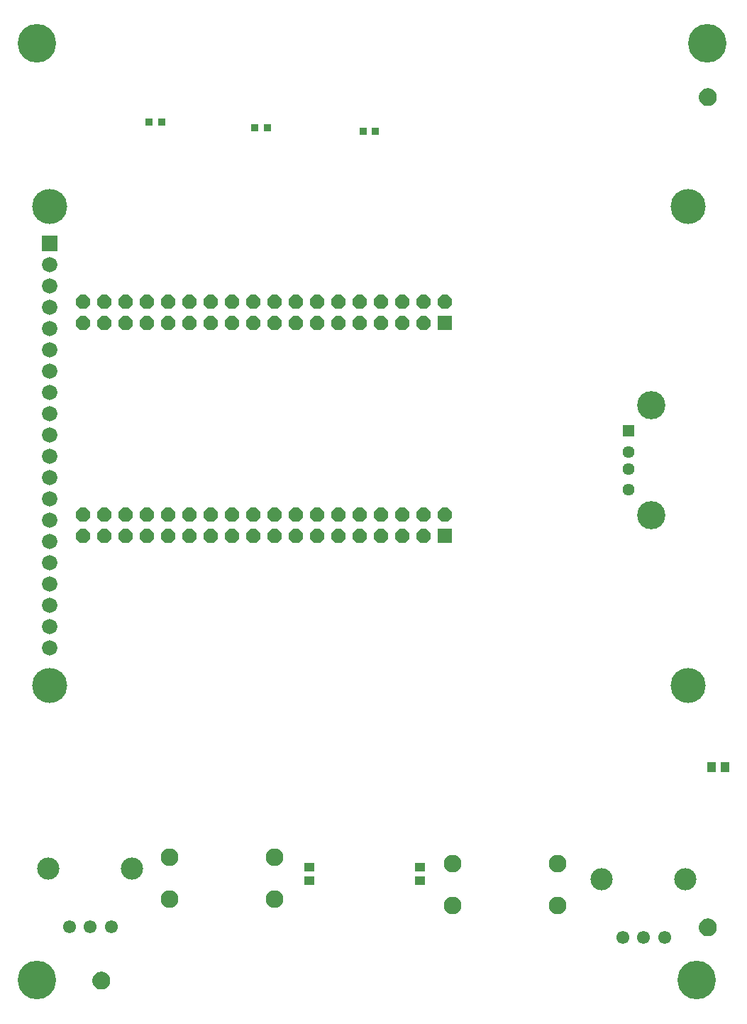
<source format=gbr>
G04 EAGLE Gerber RS-274X export*
G75*
%MOMM*%
%FSLAX34Y34*%
%LPD*%
%INSoldermask Top*%
%IPPOS*%
%AMOC8*
5,1,8,0,0,1.08239X$1,22.5*%
G01*
%ADD10R,1.676400X1.676400*%
%ADD11P,1.814519X8X202.500000*%
%ADD12R,1.828800X1.828800*%
%ADD13C,1.828800*%
%ADD14C,4.168400*%
%ADD15C,1.552400*%
%ADD16C,2.652400*%
%ADD17R,0.952400X0.952400*%
%ADD18C,2.112400*%
%ADD19R,1.183641X1.102359*%
%ADD20R,1.440400X1.440400*%
%ADD21C,1.440400*%
%ADD22C,3.372400*%
%ADD23C,4.597400*%
%ADD24C,0.609600*%
%ADD25C,1.168400*%
%ADD26R,1.102359X1.183641*%


D10*
X537800Y568700D03*
D11*
X537800Y594100D03*
X512400Y568700D03*
X512400Y594100D03*
X487000Y568700D03*
X487000Y594100D03*
X461600Y568700D03*
X461600Y594100D03*
X436200Y568700D03*
X436200Y594100D03*
X410800Y568700D03*
X410800Y594100D03*
X385400Y568700D03*
X385400Y594100D03*
X360000Y568700D03*
X360000Y594100D03*
X334600Y568700D03*
X334600Y594100D03*
X309200Y568700D03*
X309200Y594100D03*
X283800Y568700D03*
X283800Y594100D03*
X258400Y568700D03*
X258400Y594100D03*
X233000Y568700D03*
X233000Y594100D03*
X207600Y568700D03*
X207600Y594100D03*
X182200Y568700D03*
X182200Y594100D03*
X156800Y568700D03*
X156800Y594100D03*
X131400Y568700D03*
X131400Y594100D03*
X106000Y568700D03*
X106000Y594100D03*
D10*
X537800Y822700D03*
D11*
X537800Y848100D03*
X512400Y822700D03*
X512400Y848100D03*
X487000Y822700D03*
X487000Y848100D03*
X461600Y822700D03*
X461600Y848100D03*
X436200Y822700D03*
X436200Y848100D03*
X410800Y822700D03*
X410800Y848100D03*
X385400Y822700D03*
X385400Y848100D03*
X360000Y822700D03*
X360000Y848100D03*
X334600Y822700D03*
X334600Y848100D03*
X309200Y822700D03*
X309200Y848100D03*
X283800Y822700D03*
X283800Y848100D03*
X258400Y822700D03*
X258400Y848100D03*
X233000Y822700D03*
X233000Y848100D03*
X207600Y822700D03*
X207600Y848100D03*
X182200Y822700D03*
X182200Y848100D03*
X156800Y822700D03*
X156800Y848100D03*
X131400Y822700D03*
X131400Y848100D03*
X106000Y822700D03*
X106000Y848100D03*
D12*
X66040Y916940D03*
D13*
X66040Y891540D03*
X66040Y866140D03*
X66040Y840740D03*
X66040Y815340D03*
X66040Y789940D03*
X66040Y764540D03*
X66040Y739140D03*
X66040Y713740D03*
X66040Y688340D03*
X66040Y662940D03*
X66040Y637540D03*
X66040Y612140D03*
X66040Y586740D03*
X66040Y561340D03*
X66040Y535940D03*
X66040Y510540D03*
X66040Y485140D03*
X66040Y459740D03*
X66040Y434340D03*
D14*
X66040Y961390D03*
X66040Y389890D03*
X828040Y961390D03*
X828040Y389890D03*
D15*
X749700Y88900D03*
X774700Y88900D03*
X799700Y88900D03*
D16*
X724700Y158900D03*
X824700Y158900D03*
D15*
X89300Y101600D03*
X114300Y101600D03*
X139300Y101600D03*
D16*
X64300Y171600D03*
X164300Y171600D03*
D17*
X199778Y1062228D03*
X184778Y1062228D03*
X325508Y1055624D03*
X310508Y1055624D03*
X454794Y1051306D03*
X439794Y1051306D03*
D18*
X672100Y177400D03*
X672100Y127400D03*
X547100Y127400D03*
X547100Y177400D03*
X334280Y185020D03*
X334280Y135020D03*
X209280Y135020D03*
X209280Y185020D03*
D19*
X375920Y173101D03*
X375920Y157099D03*
X508000Y173101D03*
X508000Y157099D03*
D20*
X756920Y693420D03*
D21*
X756920Y668420D03*
X756920Y648420D03*
X756920Y623420D03*
D22*
X784020Y724120D03*
X784020Y592720D03*
D23*
X850900Y1155700D03*
D24*
X119380Y38100D02*
X119382Y38287D01*
X119389Y38474D01*
X119401Y38661D01*
X119417Y38847D01*
X119437Y39033D01*
X119462Y39218D01*
X119492Y39403D01*
X119526Y39587D01*
X119565Y39770D01*
X119608Y39952D01*
X119656Y40132D01*
X119708Y40312D01*
X119765Y40490D01*
X119825Y40667D01*
X119891Y40842D01*
X119960Y41016D01*
X120034Y41188D01*
X120112Y41358D01*
X120194Y41526D01*
X120280Y41692D01*
X120370Y41856D01*
X120464Y42017D01*
X120562Y42177D01*
X120664Y42333D01*
X120770Y42488D01*
X120880Y42639D01*
X120993Y42788D01*
X121110Y42934D01*
X121230Y43077D01*
X121354Y43217D01*
X121481Y43354D01*
X121612Y43488D01*
X121746Y43619D01*
X121883Y43746D01*
X122023Y43870D01*
X122166Y43990D01*
X122312Y44107D01*
X122461Y44220D01*
X122612Y44330D01*
X122767Y44436D01*
X122923Y44538D01*
X123083Y44636D01*
X123244Y44730D01*
X123408Y44820D01*
X123574Y44906D01*
X123742Y44988D01*
X123912Y45066D01*
X124084Y45140D01*
X124258Y45209D01*
X124433Y45275D01*
X124610Y45335D01*
X124788Y45392D01*
X124968Y45444D01*
X125148Y45492D01*
X125330Y45535D01*
X125513Y45574D01*
X125697Y45608D01*
X125882Y45638D01*
X126067Y45663D01*
X126253Y45683D01*
X126439Y45699D01*
X126626Y45711D01*
X126813Y45718D01*
X127000Y45720D01*
X127187Y45718D01*
X127374Y45711D01*
X127561Y45699D01*
X127747Y45683D01*
X127933Y45663D01*
X128118Y45638D01*
X128303Y45608D01*
X128487Y45574D01*
X128670Y45535D01*
X128852Y45492D01*
X129032Y45444D01*
X129212Y45392D01*
X129390Y45335D01*
X129567Y45275D01*
X129742Y45209D01*
X129916Y45140D01*
X130088Y45066D01*
X130258Y44988D01*
X130426Y44906D01*
X130592Y44820D01*
X130756Y44730D01*
X130917Y44636D01*
X131077Y44538D01*
X131233Y44436D01*
X131388Y44330D01*
X131539Y44220D01*
X131688Y44107D01*
X131834Y43990D01*
X131977Y43870D01*
X132117Y43746D01*
X132254Y43619D01*
X132388Y43488D01*
X132519Y43354D01*
X132646Y43217D01*
X132770Y43077D01*
X132890Y42934D01*
X133007Y42788D01*
X133120Y42639D01*
X133230Y42488D01*
X133336Y42333D01*
X133438Y42177D01*
X133536Y42017D01*
X133630Y41856D01*
X133720Y41692D01*
X133806Y41526D01*
X133888Y41358D01*
X133966Y41188D01*
X134040Y41016D01*
X134109Y40842D01*
X134175Y40667D01*
X134235Y40490D01*
X134292Y40312D01*
X134344Y40132D01*
X134392Y39952D01*
X134435Y39770D01*
X134474Y39587D01*
X134508Y39403D01*
X134538Y39218D01*
X134563Y39033D01*
X134583Y38847D01*
X134599Y38661D01*
X134611Y38474D01*
X134618Y38287D01*
X134620Y38100D01*
X134618Y37913D01*
X134611Y37726D01*
X134599Y37539D01*
X134583Y37353D01*
X134563Y37167D01*
X134538Y36982D01*
X134508Y36797D01*
X134474Y36613D01*
X134435Y36430D01*
X134392Y36248D01*
X134344Y36068D01*
X134292Y35888D01*
X134235Y35710D01*
X134175Y35533D01*
X134109Y35358D01*
X134040Y35184D01*
X133966Y35012D01*
X133888Y34842D01*
X133806Y34674D01*
X133720Y34508D01*
X133630Y34344D01*
X133536Y34183D01*
X133438Y34023D01*
X133336Y33867D01*
X133230Y33712D01*
X133120Y33561D01*
X133007Y33412D01*
X132890Y33266D01*
X132770Y33123D01*
X132646Y32983D01*
X132519Y32846D01*
X132388Y32712D01*
X132254Y32581D01*
X132117Y32454D01*
X131977Y32330D01*
X131834Y32210D01*
X131688Y32093D01*
X131539Y31980D01*
X131388Y31870D01*
X131233Y31764D01*
X131077Y31662D01*
X130917Y31564D01*
X130756Y31470D01*
X130592Y31380D01*
X130426Y31294D01*
X130258Y31212D01*
X130088Y31134D01*
X129916Y31060D01*
X129742Y30991D01*
X129567Y30925D01*
X129390Y30865D01*
X129212Y30808D01*
X129032Y30756D01*
X128852Y30708D01*
X128670Y30665D01*
X128487Y30626D01*
X128303Y30592D01*
X128118Y30562D01*
X127933Y30537D01*
X127747Y30517D01*
X127561Y30501D01*
X127374Y30489D01*
X127187Y30482D01*
X127000Y30480D01*
X126813Y30482D01*
X126626Y30489D01*
X126439Y30501D01*
X126253Y30517D01*
X126067Y30537D01*
X125882Y30562D01*
X125697Y30592D01*
X125513Y30626D01*
X125330Y30665D01*
X125148Y30708D01*
X124968Y30756D01*
X124788Y30808D01*
X124610Y30865D01*
X124433Y30925D01*
X124258Y30991D01*
X124084Y31060D01*
X123912Y31134D01*
X123742Y31212D01*
X123574Y31294D01*
X123408Y31380D01*
X123244Y31470D01*
X123083Y31564D01*
X122923Y31662D01*
X122767Y31764D01*
X122612Y31870D01*
X122461Y31980D01*
X122312Y32093D01*
X122166Y32210D01*
X122023Y32330D01*
X121883Y32454D01*
X121746Y32581D01*
X121612Y32712D01*
X121481Y32846D01*
X121354Y32983D01*
X121230Y33123D01*
X121110Y33266D01*
X120993Y33412D01*
X120880Y33561D01*
X120770Y33712D01*
X120664Y33867D01*
X120562Y34023D01*
X120464Y34183D01*
X120370Y34344D01*
X120280Y34508D01*
X120194Y34674D01*
X120112Y34842D01*
X120034Y35012D01*
X119960Y35184D01*
X119891Y35358D01*
X119825Y35533D01*
X119765Y35710D01*
X119708Y35888D01*
X119656Y36068D01*
X119608Y36248D01*
X119565Y36430D01*
X119526Y36613D01*
X119492Y36797D01*
X119462Y36982D01*
X119437Y37167D01*
X119417Y37353D01*
X119401Y37539D01*
X119389Y37726D01*
X119382Y37913D01*
X119380Y38100D01*
D25*
X127000Y38100D03*
D26*
X871601Y292100D03*
X855599Y292100D03*
D23*
X838200Y38100D03*
X50800Y38100D03*
X50800Y1155700D03*
D24*
X843280Y101600D02*
X843282Y101787D01*
X843289Y101974D01*
X843301Y102161D01*
X843317Y102347D01*
X843337Y102533D01*
X843362Y102718D01*
X843392Y102903D01*
X843426Y103087D01*
X843465Y103270D01*
X843508Y103452D01*
X843556Y103632D01*
X843608Y103812D01*
X843665Y103990D01*
X843725Y104167D01*
X843791Y104342D01*
X843860Y104516D01*
X843934Y104688D01*
X844012Y104858D01*
X844094Y105026D01*
X844180Y105192D01*
X844270Y105356D01*
X844364Y105517D01*
X844462Y105677D01*
X844564Y105833D01*
X844670Y105988D01*
X844780Y106139D01*
X844893Y106288D01*
X845010Y106434D01*
X845130Y106577D01*
X845254Y106717D01*
X845381Y106854D01*
X845512Y106988D01*
X845646Y107119D01*
X845783Y107246D01*
X845923Y107370D01*
X846066Y107490D01*
X846212Y107607D01*
X846361Y107720D01*
X846512Y107830D01*
X846667Y107936D01*
X846823Y108038D01*
X846983Y108136D01*
X847144Y108230D01*
X847308Y108320D01*
X847474Y108406D01*
X847642Y108488D01*
X847812Y108566D01*
X847984Y108640D01*
X848158Y108709D01*
X848333Y108775D01*
X848510Y108835D01*
X848688Y108892D01*
X848868Y108944D01*
X849048Y108992D01*
X849230Y109035D01*
X849413Y109074D01*
X849597Y109108D01*
X849782Y109138D01*
X849967Y109163D01*
X850153Y109183D01*
X850339Y109199D01*
X850526Y109211D01*
X850713Y109218D01*
X850900Y109220D01*
X851087Y109218D01*
X851274Y109211D01*
X851461Y109199D01*
X851647Y109183D01*
X851833Y109163D01*
X852018Y109138D01*
X852203Y109108D01*
X852387Y109074D01*
X852570Y109035D01*
X852752Y108992D01*
X852932Y108944D01*
X853112Y108892D01*
X853290Y108835D01*
X853467Y108775D01*
X853642Y108709D01*
X853816Y108640D01*
X853988Y108566D01*
X854158Y108488D01*
X854326Y108406D01*
X854492Y108320D01*
X854656Y108230D01*
X854817Y108136D01*
X854977Y108038D01*
X855133Y107936D01*
X855288Y107830D01*
X855439Y107720D01*
X855588Y107607D01*
X855734Y107490D01*
X855877Y107370D01*
X856017Y107246D01*
X856154Y107119D01*
X856288Y106988D01*
X856419Y106854D01*
X856546Y106717D01*
X856670Y106577D01*
X856790Y106434D01*
X856907Y106288D01*
X857020Y106139D01*
X857130Y105988D01*
X857236Y105833D01*
X857338Y105677D01*
X857436Y105517D01*
X857530Y105356D01*
X857620Y105192D01*
X857706Y105026D01*
X857788Y104858D01*
X857866Y104688D01*
X857940Y104516D01*
X858009Y104342D01*
X858075Y104167D01*
X858135Y103990D01*
X858192Y103812D01*
X858244Y103632D01*
X858292Y103452D01*
X858335Y103270D01*
X858374Y103087D01*
X858408Y102903D01*
X858438Y102718D01*
X858463Y102533D01*
X858483Y102347D01*
X858499Y102161D01*
X858511Y101974D01*
X858518Y101787D01*
X858520Y101600D01*
X858518Y101413D01*
X858511Y101226D01*
X858499Y101039D01*
X858483Y100853D01*
X858463Y100667D01*
X858438Y100482D01*
X858408Y100297D01*
X858374Y100113D01*
X858335Y99930D01*
X858292Y99748D01*
X858244Y99568D01*
X858192Y99388D01*
X858135Y99210D01*
X858075Y99033D01*
X858009Y98858D01*
X857940Y98684D01*
X857866Y98512D01*
X857788Y98342D01*
X857706Y98174D01*
X857620Y98008D01*
X857530Y97844D01*
X857436Y97683D01*
X857338Y97523D01*
X857236Y97367D01*
X857130Y97212D01*
X857020Y97061D01*
X856907Y96912D01*
X856790Y96766D01*
X856670Y96623D01*
X856546Y96483D01*
X856419Y96346D01*
X856288Y96212D01*
X856154Y96081D01*
X856017Y95954D01*
X855877Y95830D01*
X855734Y95710D01*
X855588Y95593D01*
X855439Y95480D01*
X855288Y95370D01*
X855133Y95264D01*
X854977Y95162D01*
X854817Y95064D01*
X854656Y94970D01*
X854492Y94880D01*
X854326Y94794D01*
X854158Y94712D01*
X853988Y94634D01*
X853816Y94560D01*
X853642Y94491D01*
X853467Y94425D01*
X853290Y94365D01*
X853112Y94308D01*
X852932Y94256D01*
X852752Y94208D01*
X852570Y94165D01*
X852387Y94126D01*
X852203Y94092D01*
X852018Y94062D01*
X851833Y94037D01*
X851647Y94017D01*
X851461Y94001D01*
X851274Y93989D01*
X851087Y93982D01*
X850900Y93980D01*
X850713Y93982D01*
X850526Y93989D01*
X850339Y94001D01*
X850153Y94017D01*
X849967Y94037D01*
X849782Y94062D01*
X849597Y94092D01*
X849413Y94126D01*
X849230Y94165D01*
X849048Y94208D01*
X848868Y94256D01*
X848688Y94308D01*
X848510Y94365D01*
X848333Y94425D01*
X848158Y94491D01*
X847984Y94560D01*
X847812Y94634D01*
X847642Y94712D01*
X847474Y94794D01*
X847308Y94880D01*
X847144Y94970D01*
X846983Y95064D01*
X846823Y95162D01*
X846667Y95264D01*
X846512Y95370D01*
X846361Y95480D01*
X846212Y95593D01*
X846066Y95710D01*
X845923Y95830D01*
X845783Y95954D01*
X845646Y96081D01*
X845512Y96212D01*
X845381Y96346D01*
X845254Y96483D01*
X845130Y96623D01*
X845010Y96766D01*
X844893Y96912D01*
X844780Y97061D01*
X844670Y97212D01*
X844564Y97367D01*
X844462Y97523D01*
X844364Y97683D01*
X844270Y97844D01*
X844180Y98008D01*
X844094Y98174D01*
X844012Y98342D01*
X843934Y98512D01*
X843860Y98684D01*
X843791Y98858D01*
X843725Y99033D01*
X843665Y99210D01*
X843608Y99388D01*
X843556Y99568D01*
X843508Y99748D01*
X843465Y99930D01*
X843426Y100113D01*
X843392Y100297D01*
X843362Y100482D01*
X843337Y100667D01*
X843317Y100853D01*
X843301Y101039D01*
X843289Y101226D01*
X843282Y101413D01*
X843280Y101600D01*
D25*
X850900Y101600D03*
D24*
X843280Y1092200D02*
X843282Y1092387D01*
X843289Y1092574D01*
X843301Y1092761D01*
X843317Y1092947D01*
X843337Y1093133D01*
X843362Y1093318D01*
X843392Y1093503D01*
X843426Y1093687D01*
X843465Y1093870D01*
X843508Y1094052D01*
X843556Y1094232D01*
X843608Y1094412D01*
X843665Y1094590D01*
X843725Y1094767D01*
X843791Y1094942D01*
X843860Y1095116D01*
X843934Y1095288D01*
X844012Y1095458D01*
X844094Y1095626D01*
X844180Y1095792D01*
X844270Y1095956D01*
X844364Y1096117D01*
X844462Y1096277D01*
X844564Y1096433D01*
X844670Y1096588D01*
X844780Y1096739D01*
X844893Y1096888D01*
X845010Y1097034D01*
X845130Y1097177D01*
X845254Y1097317D01*
X845381Y1097454D01*
X845512Y1097588D01*
X845646Y1097719D01*
X845783Y1097846D01*
X845923Y1097970D01*
X846066Y1098090D01*
X846212Y1098207D01*
X846361Y1098320D01*
X846512Y1098430D01*
X846667Y1098536D01*
X846823Y1098638D01*
X846983Y1098736D01*
X847144Y1098830D01*
X847308Y1098920D01*
X847474Y1099006D01*
X847642Y1099088D01*
X847812Y1099166D01*
X847984Y1099240D01*
X848158Y1099309D01*
X848333Y1099375D01*
X848510Y1099435D01*
X848688Y1099492D01*
X848868Y1099544D01*
X849048Y1099592D01*
X849230Y1099635D01*
X849413Y1099674D01*
X849597Y1099708D01*
X849782Y1099738D01*
X849967Y1099763D01*
X850153Y1099783D01*
X850339Y1099799D01*
X850526Y1099811D01*
X850713Y1099818D01*
X850900Y1099820D01*
X851087Y1099818D01*
X851274Y1099811D01*
X851461Y1099799D01*
X851647Y1099783D01*
X851833Y1099763D01*
X852018Y1099738D01*
X852203Y1099708D01*
X852387Y1099674D01*
X852570Y1099635D01*
X852752Y1099592D01*
X852932Y1099544D01*
X853112Y1099492D01*
X853290Y1099435D01*
X853467Y1099375D01*
X853642Y1099309D01*
X853816Y1099240D01*
X853988Y1099166D01*
X854158Y1099088D01*
X854326Y1099006D01*
X854492Y1098920D01*
X854656Y1098830D01*
X854817Y1098736D01*
X854977Y1098638D01*
X855133Y1098536D01*
X855288Y1098430D01*
X855439Y1098320D01*
X855588Y1098207D01*
X855734Y1098090D01*
X855877Y1097970D01*
X856017Y1097846D01*
X856154Y1097719D01*
X856288Y1097588D01*
X856419Y1097454D01*
X856546Y1097317D01*
X856670Y1097177D01*
X856790Y1097034D01*
X856907Y1096888D01*
X857020Y1096739D01*
X857130Y1096588D01*
X857236Y1096433D01*
X857338Y1096277D01*
X857436Y1096117D01*
X857530Y1095956D01*
X857620Y1095792D01*
X857706Y1095626D01*
X857788Y1095458D01*
X857866Y1095288D01*
X857940Y1095116D01*
X858009Y1094942D01*
X858075Y1094767D01*
X858135Y1094590D01*
X858192Y1094412D01*
X858244Y1094232D01*
X858292Y1094052D01*
X858335Y1093870D01*
X858374Y1093687D01*
X858408Y1093503D01*
X858438Y1093318D01*
X858463Y1093133D01*
X858483Y1092947D01*
X858499Y1092761D01*
X858511Y1092574D01*
X858518Y1092387D01*
X858520Y1092200D01*
X858518Y1092013D01*
X858511Y1091826D01*
X858499Y1091639D01*
X858483Y1091453D01*
X858463Y1091267D01*
X858438Y1091082D01*
X858408Y1090897D01*
X858374Y1090713D01*
X858335Y1090530D01*
X858292Y1090348D01*
X858244Y1090168D01*
X858192Y1089988D01*
X858135Y1089810D01*
X858075Y1089633D01*
X858009Y1089458D01*
X857940Y1089284D01*
X857866Y1089112D01*
X857788Y1088942D01*
X857706Y1088774D01*
X857620Y1088608D01*
X857530Y1088444D01*
X857436Y1088283D01*
X857338Y1088123D01*
X857236Y1087967D01*
X857130Y1087812D01*
X857020Y1087661D01*
X856907Y1087512D01*
X856790Y1087366D01*
X856670Y1087223D01*
X856546Y1087083D01*
X856419Y1086946D01*
X856288Y1086812D01*
X856154Y1086681D01*
X856017Y1086554D01*
X855877Y1086430D01*
X855734Y1086310D01*
X855588Y1086193D01*
X855439Y1086080D01*
X855288Y1085970D01*
X855133Y1085864D01*
X854977Y1085762D01*
X854817Y1085664D01*
X854656Y1085570D01*
X854492Y1085480D01*
X854326Y1085394D01*
X854158Y1085312D01*
X853988Y1085234D01*
X853816Y1085160D01*
X853642Y1085091D01*
X853467Y1085025D01*
X853290Y1084965D01*
X853112Y1084908D01*
X852932Y1084856D01*
X852752Y1084808D01*
X852570Y1084765D01*
X852387Y1084726D01*
X852203Y1084692D01*
X852018Y1084662D01*
X851833Y1084637D01*
X851647Y1084617D01*
X851461Y1084601D01*
X851274Y1084589D01*
X851087Y1084582D01*
X850900Y1084580D01*
X850713Y1084582D01*
X850526Y1084589D01*
X850339Y1084601D01*
X850153Y1084617D01*
X849967Y1084637D01*
X849782Y1084662D01*
X849597Y1084692D01*
X849413Y1084726D01*
X849230Y1084765D01*
X849048Y1084808D01*
X848868Y1084856D01*
X848688Y1084908D01*
X848510Y1084965D01*
X848333Y1085025D01*
X848158Y1085091D01*
X847984Y1085160D01*
X847812Y1085234D01*
X847642Y1085312D01*
X847474Y1085394D01*
X847308Y1085480D01*
X847144Y1085570D01*
X846983Y1085664D01*
X846823Y1085762D01*
X846667Y1085864D01*
X846512Y1085970D01*
X846361Y1086080D01*
X846212Y1086193D01*
X846066Y1086310D01*
X845923Y1086430D01*
X845783Y1086554D01*
X845646Y1086681D01*
X845512Y1086812D01*
X845381Y1086946D01*
X845254Y1087083D01*
X845130Y1087223D01*
X845010Y1087366D01*
X844893Y1087512D01*
X844780Y1087661D01*
X844670Y1087812D01*
X844564Y1087967D01*
X844462Y1088123D01*
X844364Y1088283D01*
X844270Y1088444D01*
X844180Y1088608D01*
X844094Y1088774D01*
X844012Y1088942D01*
X843934Y1089112D01*
X843860Y1089284D01*
X843791Y1089458D01*
X843725Y1089633D01*
X843665Y1089810D01*
X843608Y1089988D01*
X843556Y1090168D01*
X843508Y1090348D01*
X843465Y1090530D01*
X843426Y1090713D01*
X843392Y1090897D01*
X843362Y1091082D01*
X843337Y1091267D01*
X843317Y1091453D01*
X843301Y1091639D01*
X843289Y1091826D01*
X843282Y1092013D01*
X843280Y1092200D01*
D25*
X850900Y1092200D03*
M02*

</source>
